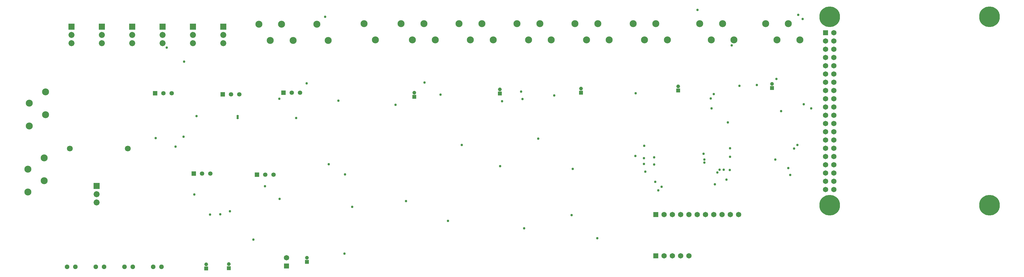
<source format=gbr>
%TF.GenerationSoftware,Altium Limited,Altium Designer,21.2.2 (38)*%
G04 Layer_Color=16711935*
%FSLAX26Y26*%
%MOIN*%
%TF.SameCoordinates,72563302-9CA4-4070-8E96-6B9CF41BC73D*%
%TF.FilePolarity,Negative*%
%TF.FileFunction,Soldermask,Bot*%
%TF.Part,Single*%
G01*
G75*
%TA.AperFunction,ComponentPad*%
%ADD36R,0.072835X0.072835*%
%ADD37C,0.072835*%
%ADD38R,0.053150X0.053150*%
%ADD39C,0.053150*%
%ADD40C,0.064961*%
%ADD41R,0.064961X0.064961*%
%ADD42R,0.064961X0.064961*%
%ADD43R,0.045276X0.045276*%
%ADD44C,0.045276*%
%ADD45C,0.070866*%
%TA.AperFunction,ViaPad*%
%ADD46C,0.250000*%
%TA.AperFunction,ComponentPad*%
%ADD47C,0.084646*%
G04:AMPARAMS|DCode=48|XSize=52.381mil|YSize=52.381mil|CornerRadius=0mil|HoleSize=0mil|Usage=FLASHONLY|Rotation=0.000|XOffset=0mil|YOffset=0mil|HoleType=Round|Shape=Octagon|*
%AMOCTAGOND48*
4,1,8,0.026191,-0.013095,0.026191,0.013095,0.013095,0.026191,-0.013095,0.026191,-0.026191,0.013095,-0.026191,-0.013095,-0.013095,-0.026191,0.013095,-0.026191,0.026191,-0.013095,0.0*
%
%ADD48OCTAGOND48*%

%TA.AperFunction,ViaPad*%
%ADD49C,0.029528*%
D36*
X1063190Y-2200000D02*
D03*
X2593190Y-270000D02*
D03*
X2226190D02*
D03*
X1859190D02*
D03*
X1492190D02*
D03*
X1125190D02*
D03*
X758190D02*
D03*
D37*
X1063190Y-2300000D02*
D03*
Y-2400000D02*
D03*
X2593190Y-370000D02*
D03*
Y-470000D02*
D03*
X2226190Y-370000D02*
D03*
Y-470000D02*
D03*
X1859190Y-370000D02*
D03*
Y-470000D02*
D03*
X1492190Y-370000D02*
D03*
Y-470000D02*
D03*
X1125190Y-370000D02*
D03*
Y-470000D02*
D03*
X758190Y-370000D02*
D03*
Y-470000D02*
D03*
D38*
X3000000Y-2061850D02*
D03*
X2235000Y-2050000D02*
D03*
X3320000Y-1070000D02*
D03*
X2585000Y-1088150D02*
D03*
X1770000Y-1075000D02*
D03*
D39*
X3100000Y-2061850D02*
D03*
X3200000D02*
D03*
X2335000Y-2050000D02*
D03*
X2435000D02*
D03*
X3420000Y-1070000D02*
D03*
X3520000D02*
D03*
X2685000Y-1088150D02*
D03*
X2785000D02*
D03*
X1870000Y-1075000D02*
D03*
X1970000D02*
D03*
D40*
X8215000Y-3045000D02*
D03*
X8115000D02*
D03*
X8015000D02*
D03*
X7915000D02*
D03*
X3355000Y-3070000D02*
D03*
X8815000Y-2545000D02*
D03*
X8715000D02*
D03*
X8615000D02*
D03*
X8515000D02*
D03*
X8415000D02*
D03*
X8315000D02*
D03*
X8215000D02*
D03*
X8115000D02*
D03*
X8015000D02*
D03*
X7915000D02*
D03*
X9966000Y-342000D02*
D03*
X9866000Y-442000D02*
D03*
X9966000D02*
D03*
X9866000Y-542000D02*
D03*
X9966000D02*
D03*
X9866000Y-642000D02*
D03*
X9966000D02*
D03*
X9866000Y-742000D02*
D03*
X9966000D02*
D03*
X9866000Y-842000D02*
D03*
X9966000D02*
D03*
X9866000Y-942000D02*
D03*
X9966000D02*
D03*
X9866000Y-1042000D02*
D03*
X9966000D02*
D03*
X9866000Y-1142000D02*
D03*
X9966000D02*
D03*
X9866000Y-1242000D02*
D03*
X9966000D02*
D03*
X9866000Y-1342000D02*
D03*
X9966000D02*
D03*
X9866000Y-1442000D02*
D03*
X9966000D02*
D03*
X9866000Y-1542000D02*
D03*
X9966000D02*
D03*
X9866000Y-1642000D02*
D03*
X9966000D02*
D03*
X9866000Y-1742000D02*
D03*
X9966000D02*
D03*
X9866000Y-1842000D02*
D03*
X9966000D02*
D03*
X9866000Y-1942000D02*
D03*
X9966000D02*
D03*
X9866000Y-2042000D02*
D03*
X9966000D02*
D03*
X9866000Y-2142000D02*
D03*
X9966000D02*
D03*
X9866000Y-2242000D02*
D03*
X9966000D02*
D03*
D41*
X7815000Y-3045000D02*
D03*
Y-2545000D02*
D03*
D42*
X3355000Y-3170000D02*
D03*
X9866000Y-342000D02*
D03*
D43*
X9220826Y-1011422D02*
D03*
X8086614Y-1044020D02*
D03*
X6913662Y-1070000D02*
D03*
X5933662Y-1080000D02*
D03*
X4900000Y-1120000D02*
D03*
X3603662Y-3120000D02*
D03*
X2660000Y-3195000D02*
D03*
X2385000Y-3200000D02*
D03*
D44*
X9220826Y-961422D02*
D03*
X8086614Y-994020D02*
D03*
X6913662Y-1020000D02*
D03*
X5933662Y-1030000D02*
D03*
X4900000Y-1070000D02*
D03*
X3603662Y-3070000D02*
D03*
X2660000Y-3145000D02*
D03*
X2385000Y-3150000D02*
D03*
D45*
X1440000Y-1745000D02*
D03*
X740000D02*
D03*
D46*
X9916000Y-150268D02*
D03*
Y-2433732D02*
D03*
X11845134D02*
D03*
Y-150268D02*
D03*
D47*
X4430000Y-430000D02*
D03*
X4292204Y-233150D02*
D03*
X5152480Y-430000D02*
D03*
X5014686Y-233150D02*
D03*
X4876890Y-430000D02*
D03*
X4739094Y-233150D02*
D03*
X5853110Y-430000D02*
D03*
X5715314Y-233150D02*
D03*
X5577520Y-430000D02*
D03*
X5439724Y-233150D02*
D03*
X6553740Y-430000D02*
D03*
X6415944Y-233150D02*
D03*
X6278150Y-430000D02*
D03*
X6140354Y-233150D02*
D03*
X7254370Y-430000D02*
D03*
X7116574Y-233150D02*
D03*
X6978780Y-430000D02*
D03*
X6840984Y-233150D02*
D03*
X3722834Y-238150D02*
D03*
X3860630Y-435000D02*
D03*
X7955000Y-430000D02*
D03*
X7817204Y-233150D02*
D03*
X7679410Y-430000D02*
D03*
X7541614Y-233150D02*
D03*
X430000Y-1859410D02*
D03*
X233150Y-1997204D02*
D03*
X430000Y-2135000D02*
D03*
X233150Y-2272796D02*
D03*
X8760590Y-430000D02*
D03*
X8622796Y-233150D02*
D03*
X8485000Y-430000D02*
D03*
X8347204Y-233150D02*
D03*
X9142204D02*
D03*
X9280000Y-430000D02*
D03*
X9417796Y-233150D02*
D03*
X9555590Y-430000D02*
D03*
X445000Y-1059410D02*
D03*
X248150Y-1197204D02*
D03*
X445000Y-1335000D02*
D03*
X248150Y-1472796D02*
D03*
X3435590Y-435000D02*
D03*
X3297796Y-238150D02*
D03*
X3160000Y-435000D02*
D03*
X3022204Y-238150D02*
D03*
D48*
X1151666Y-3180000D02*
D03*
X1051666D02*
D03*
X1498334D02*
D03*
X1398334D02*
D03*
X1845000D02*
D03*
X1745000D02*
D03*
X805000D02*
D03*
X705000D02*
D03*
D49*
X6589000Y-1101338D02*
D03*
X7574000Y-1075000D02*
D03*
X5214662Y-1091338D02*
D03*
X4672686Y-1214686D02*
D03*
X8530000Y-2178000D02*
D03*
X8713000Y-1847000D02*
D03*
X8733000Y-495000D02*
D03*
X9417796Y-1981754D02*
D03*
X9486000Y-1747000D02*
D03*
X2765000Y-1351000D02*
D03*
X2269000D02*
D03*
X2955000Y-2850000D02*
D03*
X8318000Y-65000D02*
D03*
X2555000Y-2541000D02*
D03*
X2243796Y-2302732D02*
D03*
X2111700Y-1602850D02*
D03*
X2432000Y-2545000D02*
D03*
X2673000Y-2507000D02*
D03*
X9260000Y-1880000D02*
D03*
X7674412Y-1862000D02*
D03*
X8404000Y-1880000D02*
D03*
X8403000Y-1916812D02*
D03*
X7674000Y-1932500D02*
D03*
X6396338Y-1627338D02*
D03*
X7795000Y-1940000D02*
D03*
X6188000Y-1056000D02*
D03*
X3866338Y-1935000D02*
D03*
X8668000Y-2124000D02*
D03*
X6225000Y-2711000D02*
D03*
X8587000Y-2003000D02*
D03*
X5935000Y-1960000D02*
D03*
X6207812Y-1147188D02*
D03*
X4064000Y-2060000D02*
D03*
X9588000Y-177000D02*
D03*
X9537000Y-125000D02*
D03*
X4150000Y-2452000D02*
D03*
X5305000Y-2624000D02*
D03*
X5959000Y-1174000D02*
D03*
X8711000Y-2006182D02*
D03*
X3984000Y-1166000D02*
D03*
X7886000Y-2208000D02*
D03*
X5471338Y-1703338D02*
D03*
X4799000Y-2381000D02*
D03*
X7845000Y-2252000D02*
D03*
X9272000Y-904000D02*
D03*
X8516000Y-1085000D02*
D03*
X9036000Y-976000D02*
D03*
X9603000Y-1210000D02*
D03*
X3095000Y-2204000D02*
D03*
X3274000Y-2357000D02*
D03*
X5024000Y-945000D02*
D03*
X2015000Y-1721000D02*
D03*
X1777000Y-1618000D02*
D03*
X3600000Y-956000D02*
D03*
X3822000Y-150000D02*
D03*
X8394000Y-1810002D02*
D03*
X9330000Y-1292000D02*
D03*
X9694000Y-1260000D02*
D03*
X8489000D02*
D03*
X2120000Y-694000D02*
D03*
X6812000Y-1991000D02*
D03*
X8560000Y-2037000D02*
D03*
X1908000Y-522000D02*
D03*
X9527000Y-1703000D02*
D03*
X9440000Y-2065000D02*
D03*
X7571000Y-1835188D02*
D03*
X7691000Y-2027000D02*
D03*
X7810000Y-2148000D02*
D03*
X8635000Y-2003000D02*
D03*
X6798000Y-2554000D02*
D03*
X8687000Y-1429000D02*
D03*
X7797000Y-1851000D02*
D03*
X3270000Y-1143000D02*
D03*
X7675000Y-1714000D02*
D03*
X7108598Y-2832598D02*
D03*
X8480000Y-1139000D02*
D03*
X8826000Y-985000D02*
D03*
X8714000Y-1743262D02*
D03*
X3473000Y-1376000D02*
D03*
X2765000D02*
D03*
X4055000Y-3020000D02*
D03*
%TF.MD5,ec845f334c7921406808721c6fc1b942*%
M02*

</source>
